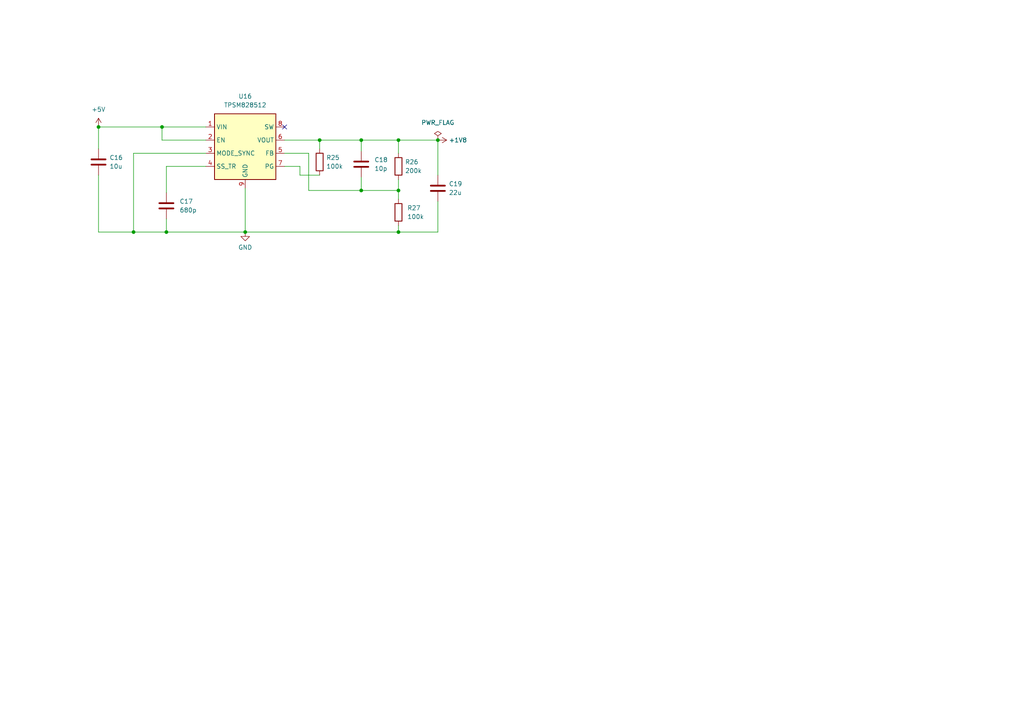
<source format=kicad_sch>
(kicad_sch (version 20230121) (generator eeschema)
  (paper "A4")
  (lib_symbols
    (symbol "Converter_DCDC:TPSM828512"
      (property "Reference" "U" (at -8.89 10.16 0))
      (property "Value" "TPSM828512" (at 7.62 10.16 0))
      (symbol "TPSM828512_1_1"
        (rectangle (start -8.89 8.89) (end 8.89 -10.16) (stroke (width 0.254)) (fill (type background)))
        (pin power_in line (at -11.43 5.08 0) (length 2.54) (name "VIN") (number "1"))
        (pin input line (at -11.43 1.27 0) (length 2.54) (name "EN") (number "2"))
        (pin input line (at -11.43 -2.54 0) (length 2.54) (name "MODE_SYNC") (number "3"))
        (pin input line (at -11.43 -6.35 0) (length 2.54) (name "SS_TR") (number "4"))
        (pin input line (at 11.43 -2.54 180) (length 2.54) (name "FB") (number "5"))
        (pin power_out line (at 11.43 1.27 180) (length 2.54) (name "VOUT") (number "6"))
        (pin output line (at 11.43 -6.35 180) (length 2.54) (name "PG") (number "7"))
        (pin output line (at 11.43 5.08 180) (length 2.54) (name "SW") (number "8"))
        (pin power_in line (at 0 -12.7 90) (length 2.54) (name "GND") (number "9"))
      )
    )
    (symbol "Device:C" (pin_numbers hide) (pin_names (offset 0.254))
      (property "Reference" "C" (at 0.635 2.54 0))
      (property "Value" "C" (at 0.635 -2.54 0))
      (symbol "C_0_1"
        (polyline (pts (xy -2.032 -0.762) (xy 2.032 -0.762)) (stroke (width 0.508)))
        (polyline (pts (xy -2.032 0.762) (xy 2.032 0.762)) (stroke (width 0.508)))
      )
      (symbol "C_1_1"
        (pin passive line (at 0 3.81 270) (length 2.794) (name "~") (number "1"))
        (pin passive line (at 0 -3.81 90) (length 2.794) (name "~") (number "2"))
      )
    )
    (symbol "Device:R" (pin_numbers hide) (pin_names (offset 0))
      (property "Reference" "R" (at 2.032 0 90))
      (property "Value" "R" (at 0 0 90))
      (symbol "R_0_1"
        (rectangle (start -1.016 -2.54) (end 1.016 2.54) (stroke (width 0.254)))
      )
      (symbol "R_1_1"
        (pin passive line (at 0 3.81 270) (length 1.27) (name "~") (number "1"))
        (pin passive line (at 0 -3.81 90) (length 1.27) (name "~") (number "2"))
      )
    )
    (symbol "power:+1V8" (power) (pin_names (offset 0))
      (property "Value" "+1V8" (at 0 3.556 0))
      (symbol "+1V8_0_1"
        (polyline (pts (xy -0.762 1.27) (xy 0 2.54)))
        (polyline (pts (xy 0 0) (xy 0 2.54)))
        (polyline (pts (xy 0 2.54) (xy 0.762 1.27)))
      )
      (symbol "+1V8_1_1"
        (pin power_in line (at 0 0 90) (length 0) hide (name "+1V8") (number "1"))
      )
    )
    (symbol "power:+5V" (power) (pin_names (offset 0))
      (property "Value" "+5V" (at 0 3.556 0))
      (symbol "+5V_0_1"
        (polyline (pts (xy -0.762 1.27) (xy 0 2.54)))
        (polyline (pts (xy 0 0) (xy 0 2.54)))
        (polyline (pts (xy 0 2.54) (xy 0.762 1.27)))
      )
      (symbol "+5V_1_1"
        (pin power_in line (at 0 0 90) (length 0) hide (name "+5V") (number "1"))
      )
    )
    (symbol "power:GND" (power) (pin_names (offset 0))
      (property "Value" "GND" (at 0 -3.81 0))
      (symbol "GND_0_1"
        (polyline (pts (xy 0 0) (xy 0 -1.27) (xy 1.27 -1.27) (xy 0 -2.54) (xy -1.27 -1.27) (xy 0 -1.27)))
      )
      (symbol "GND_1_1"
        (pin power_in line (at 0 0 270) (length 0) hide (name "GND") (number "1"))
      )
    )
    (symbol "power:PWR_FLAG" (power) (pin_numbers hide) (pin_names (offset 0) hide)
      (property "Value" "PWR_FLAG" (at 0 3.81 0))
      (symbol "PWR_FLAG_0_0"
        (pin power_out line (at 0 0 90) (length 0) (name "pwr") (number "1"))
      )
      (symbol "PWR_FLAG_0_1"
        (polyline (pts (xy 0 0) (xy 0 1.27) (xy -1.016 1.905) (xy 0 2.54) (xy 1.016 1.905) (xy 0 1.27)))
      )
    )
  )
  (junction (at 92.71 40.64))
  (junction (at 46.99 36.83))
  (junction (at 115.57 67.31))
  (junction (at 48.26 67.31))
  (junction (at 71.12 67.31))
  (junction (at 115.57 55.245))
  (junction (at 115.57 40.64))
  (junction (at 127 40.64))
  (junction (at 104.775 40.64))
  (junction (at 28.575 36.83))
  (junction (at 38.735 67.31))
  (junction (at 104.775 55.245))
  (no_connect (at 82.55 36.83))
  (wire (pts (xy 48.26 48.26) (xy 48.26 55.88)))
  (wire (pts (xy 92.71 40.64) (xy 104.775 40.64)))
  (wire (pts (xy 46.99 40.64) (xy 46.99 36.83)))
  (wire (pts (xy 38.735 67.31) (xy 48.26 67.31)))
  (wire (pts (xy 115.57 52.07) (xy 115.57 55.245)))
  (wire (pts (xy 59.69 48.26) (xy 48.26 48.26)))
  (wire (pts (xy 82.55 40.64) (xy 92.71 40.64)))
  (wire (pts (xy 127 58.42) (xy 127 67.31)))
  (wire (pts (xy 115.57 65.405) (xy 115.57 67.31)))
  (wire (pts (xy 104.775 40.64) (xy 115.57 40.64)))
  (wire (pts (xy 92.71 40.64) (xy 92.71 43.18)))
  (wire (pts (xy 104.775 51.435) (xy 104.775 55.245)))
  (wire (pts (xy 59.69 40.64) (xy 46.99 40.64)))
  (wire (pts (xy 59.69 44.45) (xy 38.735 44.45)))
  (wire (pts (xy 28.575 50.8) (xy 28.575 67.31)))
  (wire (pts (xy 86.995 48.26) (xy 82.55 48.26)))
  (wire (pts (xy 86.995 50.8) (xy 86.995 48.26)))
  (wire (pts (xy 46.99 36.83) (xy 28.575 36.83)))
  (wire (pts (xy 28.575 36.83) (xy 28.575 43.18)))
  (wire (pts (xy 28.575 67.31) (xy 38.735 67.31)))
  (wire (pts (xy 71.12 54.61) (xy 71.12 67.31)))
  (wire (pts (xy 127 40.64) (xy 127 50.8)))
  (wire (pts (xy 46.99 36.83) (xy 59.69 36.83)))
  (wire (pts (xy 38.735 44.45) (xy 38.735 67.31)))
  (wire (pts (xy 104.775 55.245) (xy 115.57 55.245)))
  (wire (pts (xy 115.57 40.64) (xy 127 40.64)))
  (wire (pts (xy 92.71 50.8) (xy 86.995 50.8)))
  (wire (pts (xy 89.535 55.245) (xy 89.535 44.45)))
  (wire (pts (xy 48.26 63.5) (xy 48.26 67.31)))
  (wire (pts (xy 115.57 67.31) (xy 127 67.31)))
  (wire (pts (xy 71.12 67.31) (xy 115.57 67.31)))
  (wire (pts (xy 104.775 55.245) (xy 89.535 55.245)))
  (wire (pts (xy 89.535 44.45) (xy 82.55 44.45)))
  (wire (pts (xy 48.26 67.31) (xy 71.12 67.31)))
  (wire (pts (xy 115.57 40.64) (xy 115.57 44.45)))
  (wire (pts (xy 115.57 55.245) (xy 115.57 57.785)))
  (wire (pts (xy 104.775 40.64) (xy 104.775 43.815)))
  (symbol (lib_id "power:GND") (at 71.12 67.31 0) (unit 1)
    (property "Reference" "#PWR049" (effects hide))
    (property "Value" "GND" (at 71.12 71.755 0))
  )
  (symbol (lib_id "Device:C") (at 104.775 47.625 0) (unit 1)
    (property "Reference" "C18" (at 108.585 46.355 0) (effects (justify left)))
    (property "Value" "10p" (at 108.585 48.895 0) (effects (justify left)))
    (property "Footprint" "Capacitor_SMD:C_0201_0603Metric_Pad0.64x0.40mm_HandSolder" (effects hide))
  )
  (symbol (lib_id "power:+5V") (at 28.575 36.83 0) (unit 1)
    (property "Reference" "#PWR048" (effects hide))
    (property "Value" "+5V" (at 28.575 31.75 0))
  )
  (symbol (lib_id "Device:R") (at 92.71 46.99 0) (unit 1)
    (property "Reference" "R25" (at 94.615 45.72 0) (effects (justify left)))
    (property "Value" "100k" (at 94.615 48.26 0) (effects (justify left)))
    (property "Footprint" "Resistor_SMD:R_0805_2012Metric_Pad1.20x1.40mm_HandSolder" (effects hide))
  )
  (symbol (lib_id "Converter_DCDC:TPSM828512") (at 71.12 41.91 0) (unit 1)
    (property "Reference" "U16" (at 71.12 27.94 0))
    (property "Value" "TPSM828512" (at 71.12 30.48 0))
  )
  (symbol (lib_id "power:PWR_FLAG") (at 127 40.64 0) (unit 1)
    (property "Reference" "#FLG01" (effects hide))
    (property "Value" "PWR_FLAG" (at 127 35.56 0))
  )
  (symbol (lib_id "Device:R") (at 115.57 48.26 0) (unit 1)
    (property "Reference" "R26" (at 117.475 46.99 0) (effects (justify left)))
    (property "Value" "200k" (at 117.475 49.53 0) (effects (justify left)))
    (property "Footprint" "Resistor_SMD:R_0805_2012Metric_Pad1.20x1.40mm_HandSolder" (effects hide))
  )
  (symbol (lib_id "Device:C") (at 127 54.61 0) (unit 1)
    (property "Reference" "C19" (at 130.175 53.34 0) (effects (justify left)))
    (property "Value" "22u" (at 130.175 55.88 0) (effects (justify left)))
    (property "Footprint" "Capacitor_SMD:C_0805_2012Metric_Pad1.18x1.45mm_HandSolder" (effects hide))
  )
  (symbol (lib_id "Device:C") (at 48.26 59.69 0) (unit 1)
    (property "Reference" "C17" (at 52.07 58.42 0) (effects (justify left)))
    (property "Value" "680p" (at 52.07 60.96 0) (effects (justify left)))
    (property "Footprint" "Capacitor_SMD:C_0201_0603Metric_Pad0.64x0.40mm_HandSolder" (effects hide))
  )
  (symbol (lib_id "Device:R") (at 115.57 61.595 0) (unit 1)
    (property "Reference" "R27" (at 118.11 60.325 0) (effects (justify left)))
    (property "Value" "100k" (at 118.11 62.865 0) (effects (justify left)))
    (property "Footprint" "Resistor_SMD:R_0805_2012Metric_Pad1.20x1.40mm_HandSolder" (effects hide))
  )
  (symbol (lib_id "Device:C") (at 28.575 46.99 0) (unit 1)
    (property "Reference" "C16" (at 31.75 45.72 0) (effects (justify left)))
    (property "Value" "10u" (at 31.75 48.26 0) (effects (justify left)))
    (property "Footprint" "Capacitor_SMD:C_0805_2012Metric_Pad1.18x1.45mm_HandSolder" (effects hide))
  )
  (symbol (lib_id "power:+1V8") (at 127 40.64 270) (unit 1)
    (property "Reference" "#PWR050" (effects hide))
    (property "Value" "+1V8" (at 130.175 40.64 90) (effects (justify left)))
  )
)
</source>
